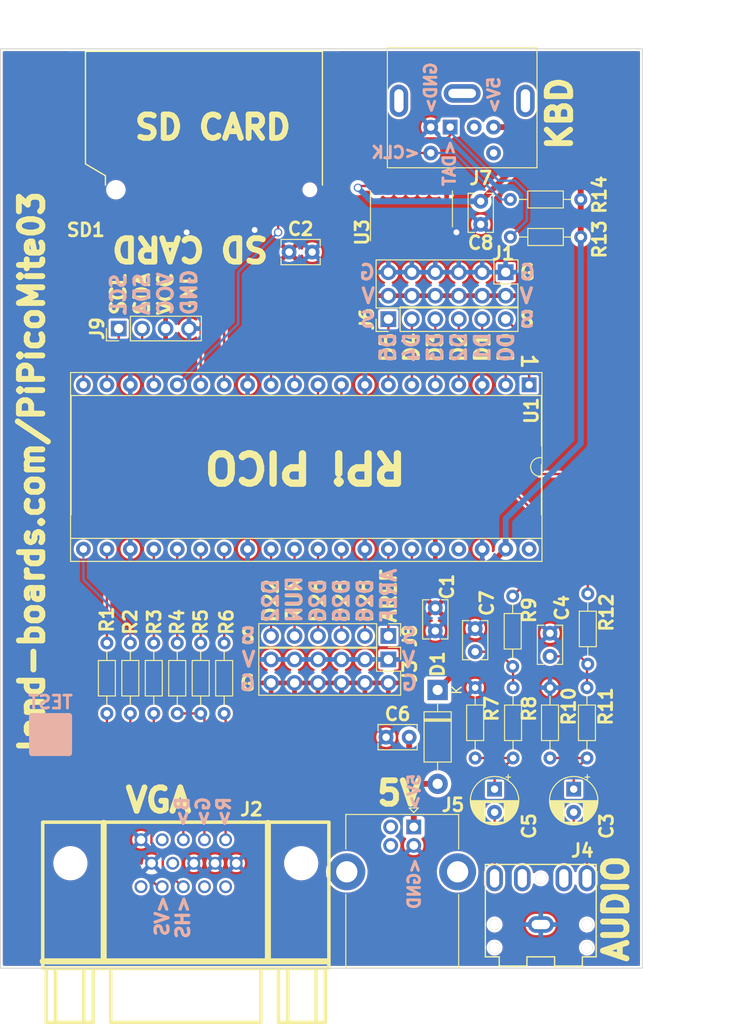
<source format=kicad_pcb>
(kicad_pcb (version 20211014) (generator pcbnew)
  (title_block (title "ESP32-VGA") (date "2020-02-19") (rev "2") (company "land-boards.com"))
  (layers (0 "F.Cu" signal) (31 "B.Cu" signal) (36 "B.SilkS" user "B.Silkscreen") (37 "F.SilkS" user "F.Silkscreen") (38 "B.Mask" user) (39 "F.Mask" user) (44 "Edge.Cuts" user))
  (net 0 "")
  (net 1 "GND")
  (net 2 "+3V3")
  (net 3 "/USB5V")
  (net 4 "Net-(C7-Pad1)")
  (net 5 "Net-(C3-Pad1)")
  (net 6 "/GP13")
  (net 7 "/GP11")
  (net 8 "/GP10")
  (net 9 "/GP12")
  (net 10 "/GP0")
  (net 11 "/GP1")
  (net 12 "/GP2")
  (net 13 "/GP3")
  (net 14 "/GP4")
  (net 15 "/GP5")
  (net 16 "/GP6")
  (net 17 "/GP7")
  (net 18 "/GP8")
  (net 19 "/VGA_B")
  (net 20 "/VGA_G")
  (net 21 "/VGA_R")
  (net 22 "/GP9")
  (net 23 "/GP14")
  (net 24 "/GP15")
  (net 26 "/GP28")
  (net 27 "/GP27")
  (net 28 "/GP26")
  (net 29 "/GP22")
  (net 30 "/GP21")
  (net 31 "/GP20")
  (net 32 "/VBUS")
  (net 33 "/VEN3")
  (net 34 "/ADCREF")
  (net 35 "Net-(C3-Pad2)")
  (net 36 "/GP19")
  (net 37 "/GP18")
  (net 38 "/GP17")
  (net 39 "/HS")
  (net 40 "/VS")
  (net 41 "/RUN")
  (net 42 "/GP16")
  (net 44 "Net-(C5-Pad1)")
  (net 45 "Net-(C4-Pad1)")
  (net 46 "Net-(C5-Pad2)")
  (net 51 "/PS2DAT")
  (net 53 "/PS2CLK")
  (net 59 "/VSYS")
  (footprint "LandBoards_Conns:DB_15F-VGA-fixed" (layer "F.Cu") (at 232.06725 95.15425)
    (fp_text reference "J2" (at 7.112 -9.84625) (layer "F.SilkS") (effects (font (size 1.397 1.397) (thickness 0.3048))))
    (fp_text value "CONN, DB15HD, BLUE (VGA)" hide)
    (pad "" np_thru_hole circle locked (at 12.49426 -4.01066) (size 3.2 3.2) (drill 3.2) (layers *.Cu *.Mask "F.SilkS"))
    (pad "" np_thru_hole circle locked (at -12.49426 -4.01066) (size 3.2 3.2) (drill 3.2) (layers *.Cu *.Mask "F.SilkS"))
    (pad "1" thru_hole circle locked (at 4.31038 -6.55066) (size 1.397 1.397) (drill 0.9144) (layers *.Cu *.Mask) (net 21 "/VGA_R"))
    (pad "2" thru_hole circle locked (at 2.0193 -6.55066) (size 1.397 1.397) (drill 0.9144) (layers *.Cu *.Mask) (net 20 "/VGA_G"))
    (pad "3" thru_hole circle locked (at -0.2667 -6.55066) (size 1.397 1.397) (drill 0.889) (layers *.Cu *.Mask) (net 19 "/VGA_B"))
    (pad "4" thru_hole circle locked (at -2.56032 -6.55066) (size 1.397 1.397) (drill 0.9144) (layers *.Cu *.Mask))
    (pad "5" thru_hole circle locked (at -4.84886 -6.55066) (size 1.397 1.397) (drill 0.9144) (layers *.Cu *.Mask) (net 1 "GND"))
    (pad "6" thru_hole circle locked (at 5.45592 -4.01066) (size 1.397 1.397) (drill 0.9144) (layers *.Cu *.Mask) (net 1 "GND"))
    (pad "7" thru_hole circle locked (at 3.16484 -4.01066) (size 1.397 1.397) (drill 0.9144) (layers *.Cu *.Mask) (net 1 "GND"))
    (pad "8" thru_hole circle locked (at 0.87376 -4.01066) (size 1.397 1.397) (drill 0.9144) (layers *.Cu *.Mask) (net 1 "GND"))
    (pad "9" thru_hole circle locked (at -1.41478 -4.01066) (size 1.397 1.397) (drill 0.9144) (layers *.Cu *.Mask))
    (pad "10" thru_hole circle locked (at -3.70586 -4.01066) (size 1.397 1.397) (drill 0.9144) (layers *.Cu *.Mask) (net 1 "GND"))
    (pad "11" thru_hole circle locked (at 4.31038 -1.47066) (size 1.397 1.397) (drill 0.9144) (layers *.Cu *.Mask))
    (pad "12" thru_hole circle locked (at 2.0193 -1.47066) (size 1.397 1.397) (drill 0.9144) (layers *.Cu *.Mask))
    (pad "13" thru_hole circle locked (at -0.26924 -1.4732) (size 1.397 1.397) (drill 0.9144) (layers *.Cu *.Mask) (net 39 "/HS"))
    (pad "14" thru_hole circle locked (at -2.56032 -1.47066) (size 1.397 1.397) (drill 0.9144) (layers *.Cu *.Mask) (net 40 "/VS"))
    (pad "15" thru_hole circle locked (at -4.84886 -1.47066) (size 1.397 1.397) (drill 0.9144) (layers *.Cu *.Mask))
  )
  (footprint "LandBoards_Conns:SD_CARD" (layer "F.Cu") (at 239.62 18.2555 180)
    (fp_text reference "SD1" (at 18.386 -4.3505) (layer "F.SilkS") (effects (font (size 1.397 1.397) (thickness 0.3048))))
    (fp_text value "Conn, SD Card" hide)
    (pad "" np_thru_hole circle locked (at 15.12 0 180) (size 1.6 1.6) (drill 1.6) (layers *.Cu *.Mask "F.SilkS"))
    (pad "" np_thru_hole circle locked (at -5.88 0 180) (size 1.1 1.1) (drill 1.1) (layers *.Cu *.Mask "F.SilkS"))
    (pad "1" smd rect locked (at 12.5 -2.8 180) (size 1 1.5) (layers "F.Cu" "F.Mask") (net 6 "/GP13"))
    (pad "2" smd rect locked (at 10 -2.8 180) (size 1 1.5) (layers "F.Cu" "F.Mask") (net 7 "/GP11"))
    (pad "3" smd rect locked (at 7.5 -2.8 180) (size 1 1.5) (layers "F.Cu" "F.Mask") (net 1 "GND"))
    (pad "4" smd rect locked (at 5 -2.8 180) (size 1 1.5) (layers "F.Cu" "F.Mask") (net 2 "+3V3"))
    (pad "5" smd rect locked (at 2.5 -2.8 180) (size 1 1.5) (layers "F.Cu" "F.Mask") (net 8 "/GP10"))
    (pad "6" smd rect locked (at 0 -2.8 180) (size 1 1.5) (layers "F.Cu" "F.Mask") (net 1 "GND"))
    (pad "7" smd rect locked (at -2.42 -2.8 180) (size 1 1.5) (layers "F.Cu" "F.Mask") (net 9 "/GP12"))
    (pad "8" smd rect locked (at -4.12 -2.8 180) (size 1 1.5) (layers "F.Cu" "F.Mask"))
    (pad "9" smd rect locked (at 15 -2.8 180) (size 1 1.5) (layers "F.Cu" "F.Mask"))
    (pad "10" smd rect locked (at -5.46 -2.8 180) (size 0.7 1.5) (layers "F.Cu" "F.Mask"))
    (pad "11" smd rect locked (at -6.6 -2.8 180) (size 0.7 1.5) (layers "F.Cu" "F.Mask"))
    (pad "12" smd rect locked (at 17.07 -1 180) (size 1.5 2.8) (layers "F.Cu" "F.Mask"))
    (pad "13" smd rect locked (at -8.03 -1 180) (size 1.5 2.8) (layers "F.Cu" "F.Mask"))
    (pad "14" smd rect locked (at -8.03 13.5 180) (size 1.5 2.8) (layers "F.Cu" "F.Mask"))
    (pad "15" smd rect locked (at 19.27 13.5 180) (size 1.5 2.8) (layers "F.Cu" "F.Mask"))
  )
  (footprint "Resistor_THT:R_Axial_DIN0204_L3.6mm_D1.6mm_P7.62mm_Horizontal" (layer "F.Cu") (at 236.22 74.93 90)
    (fp_text reference "R6" (at 9.906 0.254 90) (layer "F.SilkS") (effects (font (size 1.397 1.397) (thickness 0.3048))))
    (fp_text value "270" hide)
    (pad "1" thru_hole circle locked (at 0 0 90) (size 1.4 1.4) (drill 0.7) (layers *.Cu *.Mask) (net 21 "/VGA_R"))
    (pad "2" thru_hole oval locked (at 7.62 0 90) (size 1.4 1.4) (drill 0.7) (layers *.Cu *.Mask) (net 30 "/GP21"))
  )
  (footprint "Resistor_THT:R_Axial_DIN0204_L3.6mm_D1.6mm_P7.62mm_Horizontal" (layer "F.Cu") (at 233.68 74.93 90)
    (fp_text reference "R5" (at 9.906 0 90) (layer "F.SilkS") (effects (font (size 1.397 1.397) (thickness 0.3048))))
    (fp_text value "390" hide)
    (pad "1" thru_hole circle locked (at 0 0 90) (size 1.4 1.4) (drill 0.7) (layers *.Cu *.Mask) (net 20 "/VGA_G"))
    (pad "2" thru_hole oval locked (at 7.62 0 90) (size 1.4 1.4) (drill 0.7) (layers *.Cu *.Mask) (net 31 "/GP20"))
  )
  (footprint "Resistor_THT:R_Axial_DIN0204_L3.6mm_D1.6mm_P7.62mm_Horizontal" (layer "F.Cu") (at 267.462 69.85 90)
    (fp_text reference "R9" (at 6.096 1.778 90) (layer "F.SilkS") (effects (font (size 1.397 1.397) (thickness 0.3048))))
    (fp_text value "1K" hide)
    (pad "1" thru_hole circle locked (at 0 0 90) (size 1.4 1.4) (drill 0.7) (layers *.Cu *.Mask) (net 4 "Net-(C7-Pad1)"))
    (pad "2" thru_hole oval locked (at 7.62 0 90) (size 1.4 1.4) (drill 0.7) (layers *.Cu *.Mask) (net 17 "/GP7"))
  )
  (footprint "Resistor_THT:R_Axial_DIN0204_L3.6mm_D1.6mm_P7.62mm_Horizontal" (layer "F.Cu") (at 231.14 74.93 90)
    (fp_text reference "R4" (at 9.906 0 90) (layer "F.SilkS") (effects (font (size 1.397 1.397) (thickness 0.3048))))
    (fp_text value "820" hide)
    (pad "1" thru_hole circle locked (at 0 0 90) (size 1.4 1.4) (drill 0.7) (layers *.Cu *.Mask) (net 20 "/VGA_G"))
    (pad "2" thru_hole oval locked (at 7.62 0 90) (size 1.4 1.4) (drill 0.7) (layers *.Cu *.Mask) (net 36 "/GP19"))
  )
  (footprint "Resistor_THT:R_Axial_DIN0204_L3.6mm_D1.6mm_P7.62mm_Horizontal" (layer "F.Cu") (at 228.6 74.93 90)
    (fp_text reference "R3" (at 9.906 0.0508 90) (layer "F.SilkS") (effects (font (size 1.397 1.397) (thickness 0.3048))))
    (fp_text value "270" hide)
    (pad "1" thru_hole circle locked (at 0 0 90) (size 1.4 1.4) (drill 0.7) (layers *.Cu *.Mask) (net 19 "/VGA_B"))
    (pad "2" thru_hole oval locked (at 7.62 0 90) (size 1.4 1.4) (drill 0.7) (layers *.Cu *.Mask) (net 37 "/GP18"))
  )
  (footprint "Resistor_THT:R_Axial_DIN0204_L3.6mm_D1.6mm_P7.62mm_Horizontal" (layer "F.Cu") (at 226.06 74.93 90)
    (fp_text reference "R2" (at 9.906 0 90) (layer "F.SilkS") (effects (font (size 1.397 1.397) (thickness 0.3048))))
    (fp_text value "47" hide)
    (pad "1" thru_hole circle locked (at 0 0 90) (size 1.4 1.4) (drill 0.7) (layers *.Cu *.Mask) (net 39 "/HS"))
    (pad "2" thru_hole oval locked (at 7.62 0 90) (size 1.4 1.4) (drill 0.7) (layers *.Cu *.Mask) (net 42 "/GP16"))
  )
  (footprint "Resistor_THT:R_Axial_DIN0204_L3.6mm_D1.6mm_P7.62mm_Horizontal" (layer "F.Cu") (at 223.52 74.93 90)
    (fp_text reference "R1" (at 10.16 0 90) (layer "F.SilkS") (effects (font (size 1.397 1.397) (thickness 0.3048))))
    (fp_text value "47" hide)
    (pad "1" thru_hole circle locked (at 0 0 90) (size 1.4 1.4) (drill 0.7) (layers *.Cu *.Mask) (net 40 "/VS"))
    (pad "2" thru_hole oval locked (at 7.62 0 90) (size 1.4 1.4) (drill 0.7) (layers *.Cu *.Mask) (net 38 "/GP17"))
  )
  (footprint "LandBoards_BoardOutlines:RasPiPico" (layer "F.Cu") (at 269.24 39.365 -90)
    (fp_text reference "U1" (at 2.799004 -0.259004 90) (layer "F.SilkS") (effects (font (size 1.397 1.397) (thickness 0.3048))))
    (fp_text value "RPi-PICO" hide)
    (fp_text user "1" (at -2.54 0 -90 unlocked) (layer "F.SilkS") (effects (font (size 1.651 1.651) (thickness 0.3048))))
    (pad "1" thru_hole rect (at 0 0 270) (size 1.6 1.6) (drill 0.8) (layers *.Cu *.Mask) (net 10 "/GP0"))
    (pad "2" thru_hole oval (at 0 2.54 270) (size 1.6 1.6) (drill 0.8) (layers *.Cu *.Mask) (net 11 "/GP1"))
    (pad "3" thru_hole oval (at 0 5.08 270) (size 1.6 1.6) (drill 0.8) (layers *.Cu *.Mask) (net 1 "GND"))
    (pad "4" thru_hole oval (at 0 7.62 270) (size 1.6 1.6) (drill 0.8) (layers *.Cu *.Mask) (net 12 "/GP2"))
    (pad "5" thru_hole oval (at 0 10.16 270) (size 1.6 1.6) (drill 0.8) (layers *.Cu *.Mask) (net 13 "/GP3"))
    (pad "6" thru_hole oval (at 0 12.7 270) (size 1.6 1.6) (drill 0.8) (layers *.Cu *.Mask) (net 14 "/GP4"))
    (pad "7" thru_hole oval (at 0 15.24 270) (size 1.6 1.6) (drill 0.8) (layers *.Cu *.Mask) (net 15 "/GP5"))
    (pad "8" thru_hole oval (at 0 17.78 270) (size 1.6 1.6) (drill 0.8) (layers *.Cu *.Mask) (net 1 "GND"))
    (pad "9" thru_hole oval (at 0 20.32 270) (size 1.6 1.6) (drill 0.8) (layers *.Cu *.Mask) (net 16 "/GP6"))
    (pad "10" thru_hole oval (at 0 22.86 270) (size 1.6 1.6) (drill 0.8) (layers *.Cu *.Mask) (net 17 "/GP7"))
    (pad "11" thru_hole oval (at 0 25.4 270) (size 1.6 1.6) (drill 0.8) (layers *.Cu *.Mask) (net 18 "/GP8"))
    (pad "12" thru_hole oval (at 0 27.94 270) (size 1.6 1.6) (drill 0.8) (layers *.Cu *.Mask) (net 22 "/GP9"))
    (pad "13" thru_hole oval (at 0 30.48 270) (size 1.6 1.6) (drill 0.8) (layers *.Cu *.Mask) (net 1 "GND"))
    (pad "14" thru_hole oval (at 0 33.02 270) (size 1.6 1.6) (drill 0.8) (layers *.Cu *.Mask) (net 8 "/GP10"))
    (pad "15" thru_hole oval (at 0 35.56 270) (size 1.6 1.6) (drill 0.8) (layers *.Cu *.Mask) (net 7 "/GP11"))
    (pad "16" thru_hole oval (at 0 38.1 270) (size 1.6 1.6) (drill 0.8) (layers *.Cu *.Mask) (net 9 "/GP12"))
    (pad "17" thru_hole oval (at 0 40.64 270) (size 1.6 1.6) (drill 0.8) (layers *.Cu *.Mask) (net 6 "/GP13"))
    (pad "18" thru_hole oval (at 0 43.18 270) (size 1.6 1.6) (drill 0.8) (layers *.Cu *.Mask) (net 1 "GND"))
    (pad "19" thru_hole oval (at 0 45.72 270) (size 1.6 1.6) (drill 0.8) (layers *.Cu *.Mask) (net 23 "/GP14"))
    (pad "20" thru_hole oval (at 0 48.26 270) (size 1.6 1.6) (drill 0.8) (layers *.Cu *.Mask) (net 24 "/GP15"))
    (pad "21" thru_hole oval (at 17.78 48.26 270) (size 1.6 1.6) (drill 0.8) (layers *.Cu *.Mask) (net 42 "/GP16"))
    (pad "22" thru_hole oval (at 17.78 45.72 270) (size 1.6 1.6) (drill 0.8) (layers *.Cu *.Mask) (net 38 "/GP17"))
    (pad "23" thru_hole oval (at 17.78 43.18 270) (size 1.6 1.6) (drill 0.8) (layers *.Cu *.Mask) (net 1 "GND"))
    (pad "24" thru_hole oval (at 17.78 40.64 270) (size 1.6 1.6) (drill 0.8) (layers *.Cu *.Mask) (net 37 "/GP18"))
    (pad "25" thru_hole oval (at 17.78 38.1 270) (size 1.6 1.6) (drill 0.8) (layers *.Cu *.Mask) (net 36 "/GP19"))
    (pad "26" thru_hole oval (at 17.78 35.56 270) (size 1.6 1.6) (drill 0.8) (layers *.Cu *.Mask) (net 31 "/GP20"))
    (pad "27" thru_hole oval (at 17.78 33.02 270) (size 1.6 1.6) (drill 0.8) (layers *.Cu *.Mask) (net 30 "/GP21"))
    (pad "28" thru_hole oval (at 17.78 30.48 270) (size 1.6 1.6) (drill 0.8) (layers *.Cu *.Mask) (net 1 "GND"))
    (pad "29" thru_hole oval (at 17.78 27.94 270) (size 1.6 1.6) (drill 0.8) (layers *.Cu *.Mask) (net 29 "/GP22"))
    (pad "30" thru_hole oval (at 17.78 25.4 270) (size 1.6 1.6) (drill 0.8) (layers *.Cu *.Mask) (net 41 "/RUN"))
    (pad "31" thru_hole oval (at 17.78 22.86 270) (size 1.6 1.6) (drill 0.8) (layers *.Cu *.Mask) (net 28 "/GP26"))
    (pad "32" thru_hole oval (at 17.78 20.32 270) (size 1.6 1.6) (drill 0.8) (layers *.Cu *.Mask) (net 27 "/GP27"))
    (pad "33" thru_hole oval (at 17.78 17.78 270) (size 1.6 1.6) (drill 0.8) (layers *.Cu *.Mask) (net 1 "GND"))
    (pad "34" thru_hole oval (at 17.78 15.24 270) (size 1.6 1.6) (drill 0.8) (layers *.Cu *.Mask) (net 26 "/GP28"))
    (pad "35" thru_hole oval (at 17.78 12.7 270) (size 1.6 1.6) (drill 0.8) (layers *.Cu *.Mask) (net 34 "/ADCREF"))
    (pad "36" thru_hole oval (at 17.78 10.16 270) (size 1.6 1.6) (drill 0.8) (layers *.Cu *.Mask) (net 2 "+3V3"))
    (pad "37" thru_hole oval (at 17.78 7.62 270) (size 1.6 1.6) (drill 0.8) (layers *.Cu *.Mask) (net 33 "/VEN3"))
    (pad "38" thru_hole oval (at 17.78 5.08 270) (size 1.6 1.6) (drill 0.8) (layers *.Cu *.Mask) (net 1 "GND"))
    (pad "39" thru_hole oval (at 17.78 2.54 270) (size 1.6 1.6) (drill 0.8) (layers *.Cu *.Mask) (net 59 "/VSYS"))
    (pad "40" thru_hole oval (at 17.78 0 270) (size 1.6 1.6) (drill 0.8) (layers *.Cu *.Mask) (net 32 "/VBUS"))
  )
  (footprint "Connector_USB:USB_B_Lumberg_2411_02_Horizontal" (layer "F.Cu") (at 256.75 87.2125 -90)
    (fp_text reference "J5" (at -2.3765 -4.25 -180) (layer "F.SilkS") (effects (font (size 1.397 1.397) (thickness 0.3048))))
    (fp_text value "USB-B" hide)
    (pad "1" thru_hole rect locked (at 0 0) (size 1.6 1.6) (drill 0.95) (layers *.Cu *.Mask) (net 3 "/USB5V"))
    (pad "2" thru_hole circle locked (at 0 2.5) (size 1.6 1.6) (drill 0.95) (layers *.Cu *.Mask))
    (pad "3" thru_hole circle locked (at 2 2.5) (size 1.6 1.6) (drill 0.95) (layers *.Cu *.Mask))
    (pad "4" thru_hole circle locked (at 2 0) (size 1.6 1.6) (drill 0.95) (layers *.Cu *.Mask) (net 1 "GND"))
    (pad "5" thru_hole circle locked (at 4.86 7.25) (size 4 4) (drill 2.3) (layers *.Cu *.Mask))
    (pad "5" thru_hole circle locked (at 4.86 -4.75) (size 4 4) (drill 2.3) (layers *.Cu *.Mask))
  )
  (footprint "Capacitor_THT:CP_Radial_D5.0mm_P2.50mm" (layer "F.Cu") (at 265.5 83.122888 -90)
    (fp_text reference "C5" (at 3.999112 -3.74 90) (layer "F.SilkS") (effects (font (size 1.397 1.397) (thickness 0.3048))))
    (fp_text value "47uF")
    (pad "1" thru_hole rect (at 0 0 270) (size 1.6 1.6) (drill 0.8) (layers *.Cu *.Mask) (net 44 "Net-(C5-Pad1)"))
    (pad "2" thru_hole circle (at 2.5 0 270) (size 1.6 1.6) (drill 0.8) (layers *.Cu *.Mask) (net 46 "Net-(C5-Pad2)"))
  )
  (footprint "Capacitor_THT:C_Rect_L4.0mm_W2.5mm_P2.50mm" (layer "F.Cu") (at 263.398 68.25 90)
    (fp_text reference "C7" (at 5.258 1.27 90) (layer "F.SilkS") (effects (font (size 1.397 1.397) (thickness 0.3048))))
    (fp_text value "47nF")
    (pad "1" thru_hole circle locked (at 0 0 90) (size 1.6 1.6) (drill 0.8) (layers *.Cu *.Mask) (net 4 "Net-(C7-Pad1)"))
    (pad "2" thru_hole circle locked (at 2.5 0 90) (size 1.6 1.6) (drill 0.8) (layers *.Cu *.Mask) (net 1 "GND"))
  )
  (footprint "Resistor_THT:R_Axial_DIN0204_L3.6mm_D1.6mm_P7.62mm_Horizontal" (layer "F.Cu") (at 271.5 79.756 90)
    (fp_text reference "R10" (at 5.588 2.032092 90) (layer "F.SilkS") (effects (font (size 1.397 1.397) (thickness 0.3048))))
    (fp_text value "2.2K")
    (pad "1" thru_hole circle (at 0 0 90) (size 1.4 1.4) (drill 0.7) (layers *.Cu *.Mask) (net 5 "Net-(C3-Pad1)"))
    (pad "2" thru_hole oval (at 7.62 0 90) (size 1.4 1.4) (drill 0.7) (layers *.Cu *.Mask) (net 1 "GND"))
  )
  (footprint "LandBoards_Marking:TEST_BLK-REAR" (layer "F.Cu") (at 217.424 77.216)
    (fp_text reference "TEST" (at 0 -3.499993) (layer "B.SilkS") (effects (font (size 1.397 1.397) (thickness 0.3048)) (justify mirror)))
    (fp_text value "COUPON" hide)
  )
  (footprint "Resistor_THT:R_Axial_DIN0204_L3.6mm_D1.6mm_P7.62mm_Horizontal" (layer "F.Cu") (at 267.5 79.756 90)
    (fp_text reference "R8" (at 5.334 1.74 90) (layer "F.SilkS") (effects (font (size 1.397 1.397) (thickness 0.3048))))
    (fp_text value "2.2K")
    (pad "1" thru_hole circle (at 0 0 90) (size 1.4 1.4) (drill 0.7) (layers *.Cu *.Mask) (net 44 "Net-(C5-Pad1)"))
    (pad "2" thru_hole oval (at 7.62 0 90) (size 1.4 1.4) (drill 0.7) (layers *.Cu *.Mask) (net 4 "Net-(C7-Pad1)"))
  )
  (footprint "Capacitor_THT:C_Rect_L4.0mm_W2.5mm_P2.50mm" (layer "F.Cu") (at 264 19.5 -90)
    (fp_text reference "C8" (at 4.5 0 180) (layer "F.SilkS") (effects (font (size 1.397 1.397) (thickness 0.3048))))
    (fp_text value "0.1uF")
    (pad "1" thru_hole circle (at 0 0 270) (size 1.6 1.6) (drill 0.8) (layers *.Cu *.Mask) (net 59 "/VSYS"))
    (pad "2" thru_hole circle (at 2.5 0 270) (size 1.6 1.6) (drill 0.8) (layers *.Cu *.Mask) (net 1 "GND"))
  )
  (footprint "Connector_PinHeader_2.54mm:PinHeader_2x06_P2.54mm_Vertical" (layer "F.Cu") (at 254 69.088 -90)
    (fp_text reference "J3" (at 1.27 -2.33 -90) (layer "F.SilkS") (effects (font (size 1.397 1.397) (thickness 0.3048))))
    (fp_text value "Conn_02x06_Odd_Even")
    (pad "1" thru_hole rect (at 0 0 270) (size 1.7 1.7) (drill 1) (layers *.Cu *.Mask) (net 1 "GND"))
    (pad "2" thru_hole oval (at 2.54 0 270) (size 1.7 1.7) (drill 1) (layers *.Cu *.Mask) (net 2 "+3V3"))
    (pad "3" thru_hole oval (at 0 2.54 270) (size 1.7 1.7) (drill 1) (layers *.Cu *.Mask) (net 1 "GND"))
    (pad "4" thru_hole oval (at 2.54 2.54 270) (size 1.7 1.7) (drill 1) (layers *.Cu *.Mask) (net 2 "+3V3"))
    (pad "5" thru_hole oval (at 0 5.08 270) (size 1.7 1.7) (drill 1) (layers *.Cu *.Mask) (net 1 "GND"))
    (pad "6" thru_hole oval (at 2.54 5.08 270) (size 1.7 1.7) (drill 1) (layers *.Cu *.Mask) (net 2 "+3V3"))
    (pad "7" thru_hole oval (at 0 7.62 270) (size 1.7 1.7) (drill 1) (layers *.Cu *.Mask) (net 1 "GND"))
    (pad "8" thru_hole oval (at 2.54 7.62 270) (size 1.7 1.7) (drill 1) (layers *.Cu *.Mask) (net 2 "+3V3"))
    (pad "9" thru_hole oval (at 0 10.16 270) (size 1.7 1.7) (drill 1) (layers *.Cu *.Mask) (net 1 "GND"))
    (pad "10" thru_hole oval (at 2.54 10.16 270) (size 1.7 1.7) (drill 1) (layers *.Cu *.Mask) (net 2 "+3V3"))
    (pad "11" thru_hole oval (at 0 12.7 270) (size 1.7 1.7) (drill 1) (layers *.Cu *.Mask) (net 1 "GND"))
    (pad "12" thru_hole oval (at 2.54 12.7 270) (size 1.7 1.7) (drill 1) (layers *.Cu *.Mask) (net 2 "+3V3"))
  )
  (footprint "Connector_PinHeader_2.54mm:PinHeader_2x06_P2.54mm_Vertical" (layer "F.Cu") (at 266.7 27.178 -90)
    (fp_text reference "J1" (at -2.032 0.254 180) (layer "F.SilkS") (effects (font (size 1.397 1.397) (thickness 0.3048))))
    (fp_text value "Conn_02x06_Odd_Even")
    (pad "1" thru_hole rect (at 0 0 270) (size 1.7 1.7) (drill 1) (layers *.Cu *.Mask) (net 1 "GND"))
    (pad "2" thru_hole oval (at 2.54 0 270) (size 1.7 1.7) (drill 1) (layers *.Cu *.Mask) (net 2 "+3V3"))
    (pad "3" thru_hole oval (at 0 2.54 270) (size 1.7 1.7) (drill 1) (layers *.Cu *.Mask) (net 1 "GND"))
    (pad "4" thru_hole oval (at 2.54 2.54 270) (size 1.7 1.7) (drill 1) (layers *.Cu *.Mask) (net 2 "+3V3"))
    (pad "5" thru_hole oval (at 0 5.08 270) (size 1.7 1.7) (drill 1) (layers *.Cu *.Mask) (net 1 "GND"))
    (pad "6" thru_hole oval (at 2.54 5.08 270) (size 1.7 1.7) (drill 1) (layers *.Cu *.Mask) (net 2 "+3V3"))
    (pad "7" thru_hole oval (at 0 7.62 270) (size 1.7 1.7) (drill 1) (layers *.Cu *.Mask) (net 1 "GND"))
    (pad "8" thru_hole oval (at 2.54 7.62 270) (size 1.7 1.7) (drill 1) (layers *.Cu *.Mask) (net 2 "+3V3"))
    (pad "9" thru_hole oval (at 0 10.16 270) (size 1.7 1.7) (drill 1) (layers *.Cu *.Mask) (net 1 "GND"))
    (pad "10" thru_hole oval (at 2.54 10.16 270) (size 1.7 1.7) (drill 1) (layers *.Cu *.Mask) (net 2 "+3V3"))
    (pad "11" thru_hole oval (at 0 12.7 270) (size 1.7 1.7) (drill 1) (layers *.Cu *.Mask) (net 1 "GND"))
    (pad "12" thru_hole oval (at 2.54 12.7 270) (size 1.7 1.7) (drill 1) (layers *.Cu *.Mask) (net 2 "+3V3"))
  )
  (footprint "Connector_PinHeader_2.54mm:PinHeader_1x06_P2.54mm_Vertical" (layer "F.Cu") (at 254 66.548 -90)
    (fp_text reference "J8" (at 0 -2.33 90) (layer "F.SilkS") (effects (font (size 1.397 1.397) (thickness 0.3048))))
    (fp_text value "Conn_01x06")
    (pad "1" thru_hole rect (at 0 0 270) (size 1.7 1.7) (drill 1) (layers *.Cu *.Mask) (net 34 "/ADCREF"))
    (pad "2" thru_hole oval (at 0 2.54 270) (size 1.7 1.7) (drill 1) (layers *.Cu *.Mask) (net 26 "/GP28"))
    (pad "3" thru_hole oval (at 0 5.08 270) (size 1.7 1.7) (drill 1) (layers *.Cu *.Mask) (net 27 "/GP27"))
    (pad "4" thru_hole oval (at 0 7.62 270) (size 1.7 1.7) (drill 1) (layers *.Cu *.Mask) (net 28 "/GP26"))
    (pad "5" thru_hole oval (at 0 10.16 270) (size 1.7 1.7) (drill 1) (layers *.Cu *.Mask) (net 41 "/RUN"))
    (pad "6" thru_hole oval (at 0 12.7 270) (size 1.7 1.7) (drill 1) (layers *.Cu *.Mask) (net 29 "/GP22"))
  )
  (footprint "Connector_PinHeader_2.54mm:PinHeader_1x04_P2.54mm_Vertical" (layer "F.Cu") (at 224.8 33.274 90)
    (fp_text reference "J9" (at 0 -2.33 90) (layer "F.SilkS") (effects (font (size 1.397 1.397) (thickness 0.3048))))
    (fp_text value "Conn_01x04")
    (pad "1" thru_hole rect (at 0 0 90) (size 1.7 1.7) (drill 1) (layers *.Cu *.Mask) (net 24 "/GP15"))
    (pad "2" thru_hole oval (at 0 2.54 90) (size 1.7 1.7) (drill 1) (layers *.Cu *.Mask) (net 23 "/GP14"))
    (pad "3" thru_hole oval (at 0 5.08 90) (size 1.7 1.7) (drill 1) (layers *.Cu *.Mask) (net 2 "+3V3"))
    (pad "4" thru_hole oval (at 0 7.62 90) (size 1.7 1.7) (drill 1) (layers *.Cu *.Mask) (net 1 "GND"))
  )
  (footprint "Diode_THT:D_DO-41_SOD81_P10.16mm_Horizontal" (layer "F.Cu") (at 259.334 72.39 -90)
    (fp_text reference "D1" (at -2.794 0 90) (layer "F.SilkS") (effects (font (size 1.397 1.397) (thickness 0.3048))))
    (fp_text value "1N5819")
    (fp_text user "K" (at 0 -2.1 90) (layer "F.SilkS"))
    (pad "1" thru_hole rect (at 0 0 270) (size 2.2 2.2) (drill 1.1) (layers *.Cu *.Mask) (net 59 "/VSYS"))
    (pad "2" thru_hole oval (at 10.16 0 270) (size 2.2 2.2) (drill 1.1) (layers *.Cu *.Mask) (net 3 "/USB5V"))
  )
  (footprint "Capacitor_THT:C_Rect_L4.0mm_W2.5mm_P2.50mm" (layer "F.Cu") (at 271.5 68.75 90)
    (fp_text reference "C4" (at 5.25 1.296 90) (layer "F.SilkS") (effects (font (size 1.397 1.397) (thickness 0.3048))))
    (fp_text value "47nF")
    (pad "1" thru_hole circle (at 0 0 90) (size 1.6 1.6) (drill 0.8) (layers *.Cu *.Mask) (net 45 "Net-(C4-Pad1)"))
    (pad "2" thru_hole circle (at 2.5 0 90) (size 1.6 1.6) (drill 0.8) (layers *.Cu *.Mask) (net 1 "GND"))
  )
  (footprint "Capacitor_THT:C_Rect_L4.0mm_W2.5mm_P2.50mm" (layer "F.Cu") (at 243.25 25)
    (fp_text reference "C2" (at 1.25 -2.5) (layer "F.SilkS") (effects (font (size 1.397 1.397) (thickness 0.3048))))
    (fp_text value "0.1uF")
    (pad "1" thru_hole circle (at 0 0) (size 1.6 1.6) (drill 0.8) (layers *.Cu *.Mask) (net 2 "+3V3"))
    (pad "2" thru_hole circle (at 2.5 0) (size 1.6 1.6) (drill 0.8) (layers *.Cu *.Mask) (net 1 "GND"))
  )
  (footprint "LandBoards_Conns:Jack_3.5mm_CUI_SJ1-3523N_Horizontal" (layer "F.Cu") (at 270.5 97.774 180)
    (fp_text reference "J4" (at -4.5 8 180) (layer "F.SilkS") (effects (font (size 1.397 1.397) (thickness 0.3048))))
    (fp_text value "AudioJack3" hide)
    (pad "90" thru_hole circle (at 5 0 180) (size 1.2 1.2) (drill 1.2) (layers *.Cu *.Mask))
    (pad "90" thru_hole circle (at -5 0 180) (size 1.2 1.2) (drill 1.2) (layers *.Cu *.Mask))
    (pad "90" thru_hole circle (at -5 -2.5 180) (size 1.2 1.2) (drill 1.2) (layers *.Cu *.Mask))
    (pad "90" thru_hole circle (at 5 -2.5 180) (size 1.2 1.2) (drill 1.2) (layers *.Cu *.Mask))
    (pad "90" thru_hole circle (at 0 5 180) (size 1.2 1.2) (drill 1.2) (layers *.Cu *.Mask))
    (pad "R" thru_hole oval (at 5 5 270) (size 2.8 1.8) (drill oval 2 1) (layers *.Cu *.Mask) (net 46 "Net-(C5-Pad2)"))
    (pad "RN" thru_hole oval (at 2 5 270) (size 2.8 1.8) (drill oval 2 1) (layers *.Cu *.Mask))
    (pad "S" thru_hole oval (at 0 0 180) (size 2.8 1.8) (drill oval 2 1) (layers *.Cu *.Mask) (net 1 "GND"))
    (pad "T" thru_hole oval (at -5 5 270) (size 2.8 1.8) (drill oval 2 1) (layers *.Cu *.Mask) (net 35 "Net-(C3-Pad2)"))
    (pad "TN" thru_hole oval (at -2.5 5 270) (size 2.8 1.8) (drill oval 2 1) (layers *.Cu *.Mask))
  )
  (footprint "Resistor_THT:R_Axial_DIN0204_L3.6mm_D1.6mm_P7.62mm_Horizontal" (layer "F.Cu") (at 263.398 72.136 -90)
    (fp_text reference "R7" (at 2.286 -1.778 90) (layer "F.SilkS") (effects (font (size 1.397 1.397) (thickness 0.3048))))
    (fp_text value "2.2K")
    (pad "1" thru_hole circle (at 0 0 270) (size 1.4 1.4) (drill 0.7) (layers *.Cu *.Mask) (net 1 "GND"))
    (pad "2" thru_hole oval (at 7.62 0 270) (size 1.4 1.4) (drill 0.7) (layers *.Cu *.Mask) (net 44 "Net-(C5-Pad1)"))
  )
  (footprint "Resistor_THT:R_Axial_DIN0204_L3.6mm_D1.6mm_P7.62mm_Horizontal" (layer "F.Cu") (at 274.828 23.368 180)
    (fp_text reference "R13" (at -2.032 -0.254 90) (layer "F.SilkS") (effects (font (size 1.397 1.397) (thickness 0.3048))))
    (fp_text value "10K")
    (pad "1" thru_hole circle (at 0 0 180) (size 1.4 1.4) (drill 0.7) (layers *.Cu *.Mask) (net 59 "/VSYS"))
    (pad "2" thru_hole oval (at 7.62 0 180) (size 1.4 1.4) (drill 0.7) (layers *.Cu *.Mask) (net 51 "/PS2DAT"))
  )
  (footprint "Resistor_THT:R_Axial_DIN0204_L3.6mm_D1.6mm_P7.62mm_Horizontal" (layer "F.Cu") (at 274.828 19.304 180)
    (fp_text reference "R14" (at -2.032 0.508 90) (layer "F.SilkS") (effects (font (size 1.397 1.397) (thickness 0.3048))))
    (fp_text value "10K")
    (pad "1" thru_hole circle (at 0 0 180) (size 1.4 1.4) (drill 0.7) (layers *.Cu *.Mask) (net 59 "/VSYS"))
    (pad "2" thru_hole oval (at 7.62 0 180) (size 1.4 1.4) (drill 0.7) (layers *.Cu *.Mask) (net 53 "/PS2CLK"))
  )
  (footprint "Capacitor_THT:CP_Radial_D5.0mm_P2.50mm" (layer "F.Cu") (at 274.066 83.122888 -90)
    (fp_text reference "C3" (at 3.999112 -3.556 90) (layer "F.SilkS") (effects (font (size 1.397 1.397) (thickness 0.3048))))
    (fp_text value "47uF")
    (pad "1" thru_hole rect (at 0 0 270) (size 1.6 1.6) (drill 0.8) (layers *.Cu *.Mask) (net 5 "Net-(C3-Pad1)"))
    (pad "2" thru_hole circle (at 2.5 0 270) (size 1.6 1.6) (drill 0.8) (layers *.Cu *.Mask) (net 35 "Net-(C3-Pad2)"))
  )
  (footprint "Package_SO:SOIC-14_3.9x8.7mm_P1.27mm" (layer "F.Cu") (at 256.5 20.32 90)
    (fp_text reference "U3" (at -2.54 -5.334 90) (layer "F.SilkS") (effects (font (size 1.397 1.397) (thickness 0.3048))))
    (fp_text value "TXS0104")
    (pad "1" smd roundrect (at -2.475 -3.81 90) (size 1.95 0.6) (layers "F.Cu" "F.Paste" "F.Mask") (net 2 "+3V3"))
    (pad "2" smd roundrect (at -2.475 -2.54 90) (size 1.95 0.6) (layers "F.Cu" "F.Paste" "F.Mask") (net 22 "/GP9"))
    (pad "3" smd roundrect (at -2.475 -1.27 90) (size 1.95 0.6) (layers "F.Cu" "F.Paste" "F.Mask") (net 18 "/GP8"))
    (pad "4" smd roundrect (at -2.475 0 90) (size 1.95 0.6) (layers "F.Cu" "F.Paste" "F.Mask"))
    (pad "5" smd roundrect (at -2.475 1.27 90) (size 1.95 0.6) (layers "F.Cu" "F.Paste" "F.Mask"))
    (pad "6" smd roundrect (at -2.475 2.54 90) (size 1.95 0.6) (layers "F.Cu" "F.Paste" "F.Mask"))
    (pad "7" smd roundrect (at -2.475 3.81 90) (size 1.95 0.6) (layers "F.Cu" "F.Paste" "F.Mask") (net 1 "GND"))
    (pad "8" smd roundrect (at 2.475 3.81 90) (size 1.95 0.6) (layers "F.Cu" "F.Paste" "F.Mask") (net 2 "+3V3"))
    (pad "9" smd roundrect (at 2.475 2.54 90) (size 1.95 0.6) (layers "F.Cu" "F.Paste" "F.Mask"))
    (pad "10" smd roundrect (at 2.475 1.27 90) (size 1.95 0.6) (layers "F.Cu" "F.Paste" "F.Mask"))
    (pad "11" smd roundrect (at 2.475 0 90) (size 1.95 0.6) (layers "F.Cu" "F.Paste" "F.Mask"))
    (pad "12" smd roundrect (at 2.475 -1.27 90) (size 1.95 0.6) (layers "F.Cu" "F.Paste" "F.Mask") (net 53 "/PS2CLK"))
    (pad "13" smd roundrect (at 2.475 -2.54 90) (size 1.95 0.6) (layers "F.Cu" "F.Paste" "F.Mask") (net 51 "/PS2DAT"))
    (pad "14" smd roundrect (at 2.475 -3.81 90) (size 1.95 0.6) (layers "F.Cu" "F.Paste" "F.Mask") (net 59 "/VSYS"))
  )
  (footprint "Capacitor_THT:C_Rect_L4.0mm_W2.5mm_P2.50mm" (layer "F.Cu") (at 259.08 63.5 -90)
    (fp_text reference "C1" (at -2.286 -1.27 90) (layer "F.SilkS") (effects (font (size 1.397 1.397) (thickness 0.3048))))
    (fp_text value "0.1uF")
    (pad "1" thru_hole circle (at 0 0 270) (size 1.6 1.6) (drill 0.8) (layers *.Cu *.Mask) (net 2 "+3V3"))
    (pad "2" thru_hole circle (at 2.5 0 270) (size 1.6 1.6) (drill 0.8) (layers *.Cu *.Mask) (net 1 "GND"))
  )
  (footprint "LandBoards_Conns:Connector_Mini-DIN_Female_6Pin_2rows" (layer "F.Cu") (at 260.690106 11.475001 180)
    (fp_text reference "J7" (at -3.31 -5.525) (layer "F.SilkS") (effects (font (size 1.397 1.397) (thickness 0.3048))))
    (fp_text value "PS2_DIN6")
    (pad "1" thru_hole rect locked (at 0 0 180) (size 1.6 1.6) (drill 0.8) (layers *.Cu *.Mask) (net 51 "/PS2DAT"))
    (pad "2" thru_hole circle locked (at -2.6 0 180) (size 1.6 1.6) (drill 0.8) (layers *.Cu *.Mask))
    (pad "3" thru_hole circle locked (at 2.1 0 180) (size 1.6 1.6) (drill 0.8) (layers *.Cu *.Mask) (net 1 "GND"))
    (pad "4" thru_hole circle locked (at -4.7 0 180) (size 1.6 1.6) (drill 0.8) (layers *.Cu *.Mask) (net 59 "/VSYS"))
    (pad "5" thru_hole circle locked (at 2.1 -2.8 180) (size 1.6 1.6) (drill 0.8) (layers *.Cu *.Mask) (net 53 "/PS2CLK"))
    (pad "6" thru_hole circle locked (at -4.7 -2.8 180) (size 1.6 1.6) (drill 0.8) (layers *.Cu *.Mask))
    (pad "7" thru_hole oval locked (at -8.15 2.85 180) (size 2 3.5) (drill oval 1 2.5) (layers *.Cu *.Mask))
    (pad "7" thru_hole oval locked (at 5.55 2.85 180) (size 2 3.5) (drill oval 1 2.5) (layers *.Cu *.Mask))
    (pad "7" thru_hole oval locked (at -1.3 3.65 180) (size 4 2) (drill oval 3 1) (layers *.Cu *.Mask))
  )
  (footprint "Capacitor_THT:C_Rect_L4.0mm_W2.5mm_P2.50mm" (layer "F.Cu") (at 256.25 77.5 180)
    (fp_text reference "C6" (at 1.25 2.5) (layer "F.SilkS") (effects (font (size 1.397 1.397) (thickness 0.3048))))
    (fp_text value "0.1uF")
    (pad "1" thru_hole circle (at 0 0 180) (size 1.6 1.6) (drill 0.8) (layers *.Cu *.Mask) (net 3 "/USB5V"))
    (pad "2" thru_hole circle (at 2.5 0 180) (size 1.6 1.6) (drill 0.8) (layers *.Cu *.Mask) (net 1 "GND"))
  )
  (footprint "Resistor_THT:R_Axial_DIN0204_L3.6mm_D1.6mm_P7.62mm_Horizontal" (layer "F.Cu") (at 275.5 79.756 90)
    (fp_text reference "R11" (at 5.588 2.032084 90) (layer "F.SilkS") (effects (font (size 1.397 1.397) (thickness 0.3048))))
    (fp_text value "2.2K")
    (pad "1" thru_hole circle (at 0 0 90) (size 1.4 1.4) (drill 0.7) (layers *.Cu *.Mask) (net 5 "Net-(C3-Pad1)"))
    (pad "2" thru_hole oval (at 7.62 0 90) (size 1.4 1.4) (drill 0.7) (layers *.Cu *.Mask) (net 45 "Net-(C4-Pad1)"))
  )
  (footprint "Resistor_THT:R_Axial_DIN0204_L3.6mm_D1.6mm_P7.62mm_Horizontal" (layer "F.Cu") (at 275.59 69.596 90)
    (fp_text reference "R12" (at 5.588 2.032 90) (layer "F.SilkS") (effects (font (size 1.397 1.397) (thickness 0.3048))))
    (fp_text value "1K")
    (pad "1" thru_hole circle (at 0 0 90) (size 1.4 1.4) (drill 0.7) (layers *.Cu *.Mask) (net 45 "Net-(C4-Pad1)"))
    (pad "2" thru_hole oval (at 7.62 0 90) (size 1.4 1.4) (drill 0.7) (layers *.Cu *.Mask) (net 16 "/GP6"))
  )
  (footprint "Connector_PinHeader_2.54mm:PinHeader_1x06_P2.54mm_Vertical" (layer "F.Cu") (at 254 32.258 90)
    (fp_text reference "J6" (at 0 -2.33 90) (layer "F.SilkS") (effects (font (size 1.397 1.397) (thickness 0.3048))))
    (fp_text value "Conn_01x06")
    (pad "1" thru_hole rect (at 0 0 90) (size 1.7 1.7) (drill 1) (layers *.Cu *.Mask) (net 15 "/GP5"))
    (pad "2" thru_hole oval (at 0 2.54 90) (size 1.7 1.7) (drill 1) (layers *.Cu *.Mask) (net 14 "/GP4"))
    (pad "3" thru_hole oval (at 0 5.08 90) (size 1.7 1.7) (drill 1) (layers *.Cu *.Mask) (net 13 "/GP3"))
    (pad "4" thru_hole oval (at 0 7.62 90) (size 1.7 1.7) (drill 1) (layers *.Cu *.Mask) (net 12 "/GP2"))
    (pad "5" thru_hole oval (at 0 10.16 90) (size 1.7 1.7) (drill 1) (layers *.Cu *.Mask) (net 11 "/GP1"))
    (pad "6" thru_hole oval (at 0 12.7 90) (size 1.7 1.7) (drill 1) (layers *.Cu *.Mask) (net 10 "/GP0"))
  )
  (gr_rect (start 212 3) (end 281.5 102.5) (layer "Edge.Cuts") (width 0.1) (fill none))
  (gr_text "5V>" (at 256.794 85.598 90) (layer "B.SilkS") (effects (font (size 1.27 1.27) (thickness 0.3175)) (justify right mirror)))
  (gr_text "<GND" (at 256.794 90.424 90) (layer "B.SilkS") (effects (font (size 1.27 1.27) (thickness 0.3175)) (justify left mirror)))
  (gr_text "B>\nG>\nR>" (at 233.934 87.376 90) (layer "B.SilkS") (effects (font (size 1.397 1.397) (thickness 0.34925)) (justify right mirror)))
  (gr_text "<DAT" (at 260.604 12.7 90) (layer "B.SilkS") (effects (font (size 1.27 1.27) (thickness 0.3175)) (justify left mirror)))
  (gr_text "D5\nD4\nD3\nD2\nD1\nD0" (at 260.35 33.528 90) (layer "B.SilkS") (effects (font (size 1.5875 1.5875) (thickness 0.34925)) (justify left mirror)))
  (gr_text "GND>" (at 258.572 10.16 90) (layer "B.SilkS") (effects (font (size 1.27 1.27) (thickness 0.3175)) (justify right mirror)))
  (gr_text "D22\nRUN\nD26\nD28\nD28\nAREF" (at 247.65 65.278 90) (layer "B.SilkS") (effects (font (size 1.5875 1.5875) (thickness 0.34925)) (justify right mirror)))
  (gr_text "<CLK" (at 257.556 14.224) (layer "B.SilkS") (effects (font (size 1.27 1.27) (thickness 0.3175)) (justify left mirror)))
  (gr_text "S\nV\nG" (at 255.27 69.088) (layer "B.SilkS") (effects (font (size 1.5875 1.5875) (thickness 0.34925)) (justify right mirror)))
  (gr_text "5V>" (at 265.43 10.16 90) (layer "B.SilkS") (effects (font (size 1.27 1.27) (thickness 0.3175)) (justify right mirror)))
  (gr_text "S\nV\nG" (at 239.776 69.088) (layer "B.SilkS") (effects (font (size 1.5875 1.5875) (thickness 0.34925)) (justify left mirror)))
  (gr_text "G\nV\nS" (at 252.73 29.748) (layer "B.SilkS") (effects (font (size 1.5875 1.5875) (thickness 0.34925)) (justify left mirror)))
  (gr_text "G\nV\nS" (at 268.03 29.748) (layer "B.SilkS") (effects (font (size 1.5875 1.5875) (thickness 0.34925)) (justify right mirror)))
  (gr_text "<VS\n<HS" (at 230.632 94.488 90) (layer "B.SilkS") (effects (font (size 1.397 1.397) (thickness 0.34925)) (justify left mirror)))
  (gr_text "SCL\nSDA\nVCC\nGND" (at 228.6 32.004 90) (layer "B.SilkS") (effects (font (size 1.5875 1.5875) (thickness 0.34925)) (justify right mirror)))
  (gr_text "SD CARD" (at 235 11.5) (layer "F.SilkS") (effects (font (size 2.54 2.54) (thickness 0.635))))
  (gr_text "VGA" (at 229.108 84.328) (layer "F.SilkS") (effects (font (size 2.54 2.54) (thickness 0.635))))
  (gr_text "G\nV\nS" (at 268.03 29.748) (layer "F.SilkS") (effects (font (size 1.5875 1.5875) (thickness 0.34925)) (justify left)))
  (gr_text "AUDIO" (at 278.638 102.108 90) (layer "F.SilkS") (effects (font (size 2.54 2.54) (thickness 0.635)) (justify left)))
  (gr_text "land-boards.com/PiPicoMite03" (at 215.392 48.768 90) (layer "F.SilkS") (effects (font (size 2.54 2.54) (thickness 0.635))))
  (gr_text "SCL\nSDA\nVCC\nGND" (at 228.6 32.004 90) (layer "F.SilkS") (effects (font (size 1.5875 1.5875) (thickness 0.34925)) (justify left)))
  (gr_text "SD CARD" (at 241.3 24.638 180) (layer "F.SilkS") (effects (font (size 2.54 2.54) (thickness 0.635)) (justify left)))
  (gr_text "RPi PICO" (at 245 48.26 180) (layer "F.SilkS") (effects (font (size 3.175 3.175) (thickness 0.79375))))
  (gr_text "S\nV\nG" (at 239.776 69.088) (layer "F.SilkS") (effects (font (size 1.5875 1.5875) (thickness 0.34925)) (justify right)))
  (gr_text "D22\nRUN\nD26\nD28\nD28\nAREF" (at 247.65 65.278 90) (layer "F.SilkS") (effects (font (size 1.5875 1.5875) (thickness 0.34925)) (justify left)))
  (gr_text "KBD" (at 272.542 14.224 90) (layer "F.SilkS") (effects (font (size 2.54 2.54) (thickness 0.635)) (justify left)))
  (gr_text "5V" (at 252.476 83.566) (layer "F.SilkS") (effects (font (size 2.54 2.54) (thickness 0.635)) (justify left)))
  (gr_text "D5\nD4\nD3\nD2\nD1\nD0" (at 260.35 33.528 90) (layer "F.SilkS") (effects (font (size 1.5875 1.5875) (thickness 0.34925)) (justify right)))
  (segment (start 232.12 21.0555) (end 232.12 22.824) (width 0.254) (layer "F.Cu") (net 1))
  (segment (start 239.62 22.508) (end 239.522 22.606) (width 0.254) (layer "F.Cu") (net 1))
  (segment (start 239.62 21.0555) (end 239.62 22.508) (width 0.254) (layer "F.Cu") (net 1))
  (segment (start 260.31 22.795) (end 261.301 22.795) (width 0.254) (layer "F.Cu") (net 1))
  (segment (start 261.301 22.795) (end 261.366 22.86) (width 0.254) (layer "F.Cu") (net 1))
  (segment (start 232.12 22.824) (end 232.156 22.86) (width 0.254) (layer "F.Cu") (net 1))
  (via (at 239.522 22.606) (size 0.889) (drill 0.635) (layers "F.Cu" "B.Cu") (net 1))
  (via (at 261.366 22.86) (size 0.889) (drill 0.635) (layers "F.Cu" "B.Cu") (net 1))
  (via (at 232.156 22.86) (size 0.889) (drill 0.635) (layers "F.Cu" "B.Cu") (net 1))
  (segment (start 256.249932 77.499997) (end 256.249932 81.590007) (width 0.635) (layer "F.Cu") (net 3))
  (segment (start 256.249932 81.590007) (end 256.659888 81.999988) (width 0.635) (layer "F.Cu") (net 3))
  (segment (start 257.2099 82.55) (end 259.334 82.55) (width 0.635) (layer "F.Cu") (net 3))
  (segment (start 256.659888 81.999988) (end 257.2099 82.55) (width 0.635) (layer "F.Cu") (net 3))
  (segment (start 256.750058 87.2125) (end 256.750058 82.090006) (width 0.635) (layer "F.Cu") (net 3))
  (segment (start 256.75 82.09) (end 256.66 82) (width 0.254) (layer "F.Cu") (net 3))
  (segment (start 263.398 68.25) (end 265.862 68.25) (width 0.254) (layer "F.Cu") (net 4))
  (segment (start 265.862 68.25) (end 267.462 69.85) (width 0.254) (layer "F.Cu") (net 4))
  (segment (start 267.5 69.888) (end 267.462 69.85) (width 0.254) (layer "F.Cu") (net 4))
  (segment (start 267.5 72.136) (end 267.5 69.888) (width 0.254) (layer "F.Cu") (net 4))
  (segment (start 274.066 81.19) (end 275.5 79.756) (width 0.254) (layer "F.Cu") (net 5))
  (segment (start 274.066 83.122888) (end 274.066 81.19) (width 0.254) (layer "F.Cu") (net 5))
  (segment (start 271.5 79.756) (end 275.5 79.756) (width 0.254) (layer "F.Cu") (net 5))
  (segment (start 227.12 24.428) (end 227.12 21.0555) (width 0.254) (layer "F.Cu") (net 6))
  (segment (start 228.6 25.908) (end 227.12 24.428) (width 0.254) (layer "F.Cu") (net 6))
  (segment (start 228.6 39.365) (end 228.6 25.908) (width 0.254) (layer "F.Cu") (net 6))
  (segment (start 233.68 39.365) (end 233.68 27.94) (width 0.254) (layer "F.Cu") (net 7))
  (segment (start 233.68 27.94) (end 229.62 23.88) (width 0.254) (layer "F.Cu") (net 7))
  (segment (start 229.62 23.88) (end 229.62 21.0555) (width 0.254) (layer "F.Cu") (net 7))
  (segment (start 237.12 21.0555) (end 237.12 23.506) (width 0.254) (layer "F.Cu") (net 8))
  (segment (start 236.22 24.406) (end 237.12 23.506) (width 0.254) (layer "F.Cu") (net 8))
  (segment (start 236.22 39.365) (end 236.22 24.406) (width 0.254) (layer "F.Cu") (net 8))
  (segment (start 242.062 21.0775) (end 242.04 21.0555) (width 0.254) (layer "F.Cu") (net 9))
  (segment (start 242.062 22.86) (end 242.062 21.0775) (width 0.254) (layer "F.Cu") (net 9))
  (via (at 242.062 22.86) (size 0.889) (drill 0.635) (layers "F.Cu" "B.Cu") (net 9))
  (segment (start 237.744 27.178) (end 242.062 22.86) (width 0.254) (layer "B.Cu") (net 9))
  (segment (start 237.744 32.766) (end 237.744 27.178) (width 0.254) (layer "B.Cu") (net 9))
  (segment (start 231.14 39.365) (end 237.744 32.761) (width 0.254) (layer "B.Cu") (net 9))
  (segment (start 269.24 34.798) (end 269.24 39.365) (width 0.254) (layer "F.Cu") (net 10))
  (segment (start 266.7 32.258) (end 269.24 34.798) (width 0.254) (layer "F.Cu") (net 10))
  (segment (start 266.7 37.338) (end 264.16 34.798) (width 0.254) (layer "F.Cu") (net 11))
  (segment (start 264.16 34.798) (end 264.16 32.258) (width 0.254) (layer "F.Cu") (net 11))
  (segment (start 266.7 39.365) (end 266.7 37.338) (width 0.254) (layer "F.Cu") (net 11))
  (segment (start 261.62 39.365) (end 261.62 32.258) (width 0.254) (layer "F.Cu") (net 12))
  (segment (start 259.08 39.365) (end 259.08 32.258) (width 0.254) (layer "F.Cu") (net 13))
  (segment (start 256.54 39.365) (end 256.54 32.258) (width 0.254) (layer "F.Cu") (net 14))
  (segment (start 254 39.365) (end 254 32.258) (width 0.254) (layer "F.Cu") (net 15))
  (segment (start 248.92 41.402) (end 256.54 49.022) (width 0.254) (layer "F.Cu") (net 16))
  (segment (start 256.54 49.022) (end 272.542 49.022) (width 0.254) (layer "F.Cu") (net 16))
  (segment (start 248.92 39.365) (end 248.92 41.402) (width 0.254) (layer "F.Cu") (net 16))
  (segment (start 275.59 52.07) (end 275.59 61.976) (width 0.254) (layer "F.Cu") (net 16))
  (segment (start 272.542 49.022) (end 275.59 52.07) (width 0.254) (layer "F.Cu") (net 16))
  (segment (start 267.208 50.546) (end 253.238 50.546) (width 0.254) (layer "F.Cu") (net 17))
  (segment (start 246.38 43.688) (end 246.38 39.365) (width 0.254) (layer "F.Cu") (net 17))
  (segment (start 267.462 62.23) (end 271.526 58.166) (width 0.254) (layer "F.Cu") (net 17))
  (segment (start 271.526 54.864) (end 267.208 50.546) (width 0.254) (layer "F.Cu") (net 17))
  (segment (start 253.238 50.546) (end 246.38 43.688) (width 0.254) (layer "F.Cu") (net 17))
  (segment (start 271.526 58.166) (end 271.526 54.864) (width 0.254) (layer "F.Cu") (net 17))
  (segment (start 243.84 39.365) (end 243.84 33.02) (width 0.254) (layer "F.Cu") (net 18))
  (segment (start 243.84 33.02) (end 251.46 25.4) (width 0.254) (layer "F.Cu") (net 18))
  (segment (start 254.762 25.4) (end 255.23 24.932) (width 0.254) (layer "F.Cu") (net 18))
  (segment (start 255.23 24.932) (end 255.23 22.795) (width 0.254) (layer "F.Cu") (net 18))
  (segment (start 251.46 25.4) (end 254.762 25.4) (width 0.254) (layer "F.Cu") (net 18))
  (segment (start 228.6 74.93) (end 228.6 80.264) (width 0.254) (layer "F.Cu") (net 19))
  (segment (start 231.80055 88.60359) (end 231.80055 83.46455) (width 0.254) (layer "F.Cu") (net 19))
  (segment (start 231.80055 83.46455) (end 228.6 80.264) (width 0.254) (layer "F.Cu") (net 19))
  (segment (start 231.14 74.93) (end 233.68 74.93) (width 0.254) (layer "F.Cu") (net 20))
  (segment (start 234.08655 88.60359) (end 234.08655 75.33655) (width 0.254) (layer "F.Cu") (net 20))
  (segment (start 234.08655 75.33655) (end 233.68 74.93) (width 0.254) (layer "F.Cu") (net 20))
  (segment (start 236.37763 75.08763) (end 236.22 74.93) (width 0.254) (layer "F.Cu") (net 21))
  (segment (start 236.37763 88.60359) (end 236.37763 75.08763) (width 0.254) (layer "F.Cu") (net 21))
  (segment (start 241.3 39.365) (end 241.3 33.782) (width 0.254) (layer "F.Cu") (net 22))
  (segment (start 253.492 24.638) (end 253.96 24.17) (width 0.254) (layer "F.Cu") (net 22))
  (segment (start 241.3 33.782) (end 250.444 24.638) (width 0.254) (layer "F.Cu") (net 22))
  (segment (start 253.96 24.17) (end 253.96 22.795) (width 0.254) (layer "F.Cu") (net 22))
  (segment (start 250.444 24.638) (end 253.492 24.638) (width 0.254) (layer "F.Cu") (net 22))
  (segment (start 226.0575 36.8275) (end 227.34 35.545) (width 0.254) (layer "F.Cu") (net 23))
  (segment (start 223.52 37.592) (end 224.2845 36.8275) (width 0.254) (layer "F.Cu") (net 23))
  (segment (start 227.34 35.545) (end 227.34 33.274) (width 0.254) (layer "F.Cu") (net 23))
  (segment (start 224.2845 36.8275) (end 226.0575 36.8275) (width 0.254) (layer "F.Cu") (net 23))
  (segment (start 223.52 39.365) (end 223.52 37.592) (width 0.254) (layer "F.Cu") (net 23))
  (segment (start 224.8 35.296) (end 224.8 33.274) (width 0.254) (layer "F.Cu") (net 24))
  (segment (start 221.996 35.814) (end 224.282 35.814) (width 0.254) (layer "F.Cu") (net 24))
  (segment (start 224.282 35.814) (end 224.8 35.296) (width 0.254) (layer "F.Cu") (net 24))
  (segment (start 220.98 36.83) (end 221.996 35.814) (width 0.254) (layer "F.Cu") (net 24))
  (segment (start 220.98 39.365) (end 220.98 36.83) (width 0.254) (layer "F.Cu") (net 24))
  (segment (start 251.46 66.548) (end 251.46 61.722) (width 0.254) (layer "F.Cu") (net 26))
  (segment (start 254 59.182) (end 254 57.145) (width 0.254) (layer "F.Cu") (net 26))
  (segment (start 251.46 61.722) (end 254 59.182) (width 0.254) (layer "F.Cu") (net 26))
  (segment (start 248.92 57.145) (end 248.92 66.548) (width 0.254) (layer "F.Cu") (net 27))
  (segment (start 246.38 57.145) (end 246.38 66.548) (width 0.254) (layer "F.Cu") (net 28))
  (segment (start 241.3 57.145) (end 241.3 66.548) (width 0.254) (layer "F.Cu") (net 29))
  (segment (start 236.22 67.31) (end 236.22 57.145) (width 0.254) (layer "F.Cu") (net 30))
  (segment (start 233.68 67.31) (end 233.68 57.145) (width 0.254) (layer "F.Cu") (net 31))
  (segment (start 254 66.548) (end 254 62.484) (width 0.254) (layer "F.Cu") (net 34))
  (segment (start 254 62.484) (end 256.54 59.944) (width 0.254) (layer "F.Cu") (net 34))
  (segment (start 256.54 59.944) (end 256.54 57.145) (width 0.254) (layer "F.Cu") (net 34))
  (segment (start 274.066 89.408) (end 275.5 90.842) (width 0.254) (layer "F.Cu") (net 35))
  (segment (start 274.066 85.622888) (end 274.066 89.408) (width 0.254) (layer "F.Cu") (net 35))
  (segment (start 275.5 90.842) (end 275.5 92.774) (width 0.254) (layer "F.Cu") (net 35))
  (segment (start 231.14 67.31) (end 231.14 57.145) (width 0.254) (layer "F.Cu") (net 36))
  (segment (start 228.6 67.31) (end 228.6 57.145) (width 0.254) (layer "F.Cu") (net 37))
  (segment (start 223.52 67.31) (end 223.52 57.145) (width 0.254) (layer "F.Cu") (net 38))
  (segment (start 228.346 88.968613) (end 228.346 83.566) (width 0.254) (layer "F.Cu") (net 39))
  (segment (start 231.663977 93.68105) (end 229.573459 91.590532) (width 0.254) (layer "F.Cu") (net 39))
  (segment (start 229.573459 91.590532) (end 229.573459 90.196072) (width 0.254) (layer "F.Cu") (net 39))
  (segment (start 228.346 83.566) (end 226.06 81.28) (width 0.254) (layer "F.Cu") (net 39))
  (segment (start 231.79801 93.68105) (end 231.663977 93.68105) (width 0.254) (layer "F.Cu") (net 39))
  (segment (start 229.573459 90.196072) (end 228.346 88.968613) (width 0.254) (layer "F.Cu") (net 39))
  (segment (start 226.06 81.28) (end 226.06 74.93) (width 0.254) (layer "F.Cu") (net 39))
  (segment (start 223.52 88.138) (end 223.52 74.93) (width 0.254) (layer "F.Cu") (net 40))
  (segment (start 229.06559 93.68359) (end 223.52 88.138) (width 0.254) (layer "F.Cu") (net 40))
  (segment (start 229.50693 93.68359) (end 229.06559 93.68359) (width 0.254) (layer "F.Cu") (net 40))
  (segment (start 243.84 57.145) (end 243.84 66.548) (width 0.254) (layer "F.Cu") (net 41))
  (segment (start 220.98 57.145) (end 220.98 60.452) (width 0.254) (layer "B.Cu") (net 42))
  (segment (start 226.06 65.532) (end 226.06 67.31) (width 0.254) (layer "B.Cu") (net 42))
  (segment (start 220.98 60.452) (end 226.06 65.532) (width 0.254) (layer "B.Cu") (net 42))
  (segment (start 265.5 81.756) (end 267.5 79.756) (width 0.254) (layer "F.Cu") (net 44))
  (segment (start 265.5 83.122888) (end 265.5 81.756) (width 0.254) (layer "F.Cu") (net 44))
  (segment (start 263.398 79.756) (end 267.5 79.756) (width 0.254) (layer "F.Cu") (net 44))
  (segment (start 274.744 68.75) (end 275.59 69.596) (width 0.254) (layer "F.Cu") (net 45))
  (segment (start 275.5 72.136) (end 275.5 69.686) (width 0.254) (layer "F.Cu") (net 45))
  (segment (start 275.5 69.686) (end 275.59 69.596) (width 0.254) (layer "F.Cu") (net 45))
  (segment (start 271.5 68.75) (end 274.744 68.75) (width 0.254) (layer "F.Cu") (net 45))
  (segment (start 265.5 85.622888) (end 265.5 92.774) (width 0.254) (layer "F.Cu") (net 46))
  (segment (start 253.96 16.042) (end 257.302 12.7) (width 0.254) (layer "F.Cu") (net 51))
  (segment (start 253.96 17.845) (end 253.96 16.042) (width 0.254) (layer "F.Cu") (net 51))
  (segment (start 260.35 12.7) (end 260.690106 12.359894) (width 0.254) (layer "F.Cu") (net 51))
  (segment (start 257.302 12.7) (end 260.35 12.7) (width 0.254) (layer "F.Cu") (net 51))
  (segment (start 260.690106 12.359894) (end 260.690106 11.475001) (width 0.254) (layer "F.Cu") (net 51))
  (segment (start 268.986 21.59) (end 268.986 18.542) (width 0.254) (layer "B.Cu") (net 51))
  (segment (start 260.690106 12.024106) (end 260.690106 11.475001) (width 0.254) (layer "B.Cu") (net 51))
  (segment (start 267.208 23.368) (end 268.986 21.59) (width 0.254) (layer "B.Cu") (net 51))
  (segment (start 267.716 17.272) (end 265.938 17.272) (width 0.254) (layer "B.Cu") (net 51))
  (segment (start 268.986 18.542) (end 267.716 17.272) (width 0.254) (layer "B.Cu") (net 51))
  (segment (start 265.938 17.272) (end 260.690106 12.024106) (width 0.254) (layer "B.Cu") (net 51))
  (segment (start 256.996999 14.275001) (end 258.590106 14.275001) (width 0.254) (layer "F.Cu") (net 53))
  (segment (start 255.23 17.845) (end 255.23 16.042) (width 0.254) (layer "F.Cu") (net 53))
  (segment (start 255.23 16.042) (end 256.996999 14.275001) (width 0.254) (layer "F.Cu") (net 53))
  (segment (start 258.590106 14.275001) (end 261.163001 14.275001) (width 0.254) (layer "B.Cu") (net 53))
  (segment (start 266.192 19.304) (end 267.208 19.304) (width 0.254) (layer "B.Cu") (net 53))
  (segment (start 261.163001 14.275001) (end 266.192 19.304) (width 0.254) (layer "B.Cu") (net 53))
  (segment (start 274.828 23.368) (end 274.828 19.304) (width 0.635) (layer "F.Cu") (net 59))
  (segment (start 274.828 19.304) (end 274.828 17.018) (width 0.635) (layer "F.Cu") (net 59))
  (segment (start 265.390106 11.475001) (end 267.253001 11.475001) (width 0.635) (layer "F.Cu") (net 59))
  (segment (start 252.69 17.845) (end 250.887 17.845) (width 0.254) (layer "F.Cu") (net 59))
  (segment (start 261.112 62.733) (end 261.112 70.612) (width 0.635) (layer "F.Cu") (net 59))
  (segment (start 261.112 70.612) (end 259.334 72.39) (width 0.635) (layer "F.Cu") (net 59))
  (segment (start 273.594 15.784) (end 267.716 15.784) (width 0.635) (layer "F.Cu") (net 59))
  (segment (start 250.887 17.845) (end 250.698 18.034) (width 0.254) (layer "F.Cu") (net 59))
  (segment (start 267.253001 11.475001) (end 267.716 11.938) (width 0.635) (layer "F.Cu") (net 59))
  (segment (start 267.716 11.938) (end 267.716 15.784) (width 0.635) (layer "F.Cu") (net 59))
  (segment (start 267.716 15.784) (end 264 19.5) (width 0.635) (layer "F.Cu") (net 59))
  (segment (start 266.7 57.145) (end 261.112 62.733) (width 0.635) (layer "F.Cu") (net 59))
  (segment (start 274.828 17.018) (end 273.594 15.784) (width 0.635) (layer "F.Cu") (net 59))
  (via (at 250.698 18.034) (size 0.889) (drill 0.635) (layers "F.Cu" "B.Cu") (net 59))
  (segment (start 252.164 19.5) (end 250.698 18.034) (width 0.635) (layer "B.Cu") (net 59))
  (segment (start 274.828 23.368) (end 274.828 45.72) (width 0.635) (layer "B.Cu") (net 59))
  (segment (start 266.7 53.848) (end 266.7 57.144996) (width 0.635) (layer "B.Cu") (net 59))
  (segment (start 274.828 45.72) (end 266.7 53.848) (width 0.635) (layer "B.Cu") (net 59))
  (segment (start 264 19.5) (end 252.164 19.5) (width 0.635) (layer "B.Cu") (net 59))
  (zone (net 2) (net_name "+3V3") (layer "F.Cu") (connect_pads (clearance 0.254)) (min_thickness 0.254) (fill yes (thermal_gap 0.508) (thermal_bridge_width 0.508))
    (polygon (pts (xy 281.5 102.5) (xy 212 102.5) (xy 212 3) (xy 281.5 3)))
  )
  (zone (net 1) (net_name "GND") (layer "B.Cu") (connect_pads (clearance 0.254)) (min_thickness 0.254) (fill yes (thermal_gap 0.508) (thermal_bridge_width 0.508))
    (polygon (pts (xy 281.5 102.5) (xy 212 102.5) (xy 212 3) (xy 281.5 3)))
  )
)
</source>
